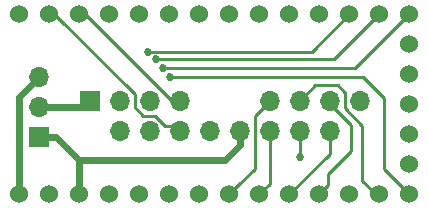
<source format=gbr>
G04 #@! TF.GenerationSoftware,KiCad,Pcbnew,5.1.5*
G04 #@! TF.CreationDate,2020-02-08T20:39:40+01:00*
G04 #@! TF.ProjectId,teensy-breakout,7465656e-7379-42d6-9272-65616b6f7574,rev?*
G04 #@! TF.SameCoordinates,Original*
G04 #@! TF.FileFunction,Copper,L1,Top*
G04 #@! TF.FilePolarity,Positive*
%FSLAX46Y46*%
G04 Gerber Fmt 4.6, Leading zero omitted, Abs format (unit mm)*
G04 Created by KiCad (PCBNEW 5.1.5) date 2020-02-08 20:39:40*
%MOMM*%
%LPD*%
G04 APERTURE LIST*
%ADD10C,1.524000*%
%ADD11O,1.700000X1.700000*%
%ADD12R,1.700000X1.700000*%
%ADD13C,0.685800*%
%ADD14C,0.609600*%
%ADD15C,0.254000*%
G04 APERTURE END LIST*
D10*
X128143000Y-75565000D03*
X130683000Y-75565000D03*
X133223000Y-75565000D03*
X135763000Y-75565000D03*
X138303000Y-75565000D03*
X140843000Y-75565000D03*
X143383000Y-75565000D03*
X145923000Y-75565000D03*
X148463000Y-75565000D03*
X151003000Y-75565000D03*
X153543000Y-75565000D03*
X156083000Y-75565000D03*
X158623000Y-75565000D03*
X161163000Y-75565000D03*
X161163000Y-78105000D03*
X161163000Y-80645000D03*
X161163000Y-83185000D03*
X161163000Y-85725000D03*
X161163000Y-88265000D03*
X161163000Y-90805000D03*
X158623000Y-90805000D03*
X156083000Y-90805000D03*
X153543000Y-90805000D03*
X151003000Y-90805000D03*
X148463000Y-90805000D03*
X145923000Y-90805000D03*
X143383000Y-90805000D03*
X140843000Y-90805000D03*
X138303000Y-90805000D03*
X135763000Y-90805000D03*
X133223000Y-90805000D03*
X130683000Y-90805000D03*
X128143000Y-90805000D03*
D11*
X156972000Y-82931000D03*
X154432000Y-85471000D03*
X154432000Y-82931000D03*
X151892000Y-85471000D03*
X151892000Y-82931000D03*
X149352000Y-85471000D03*
X149352000Y-82931000D03*
X146812000Y-85471000D03*
X144272000Y-85471000D03*
X141732000Y-85471000D03*
X141732000Y-82931000D03*
X139192000Y-85471000D03*
X139192000Y-82931000D03*
X136652000Y-85471000D03*
X136652000Y-82931000D03*
D12*
X134112000Y-82931000D03*
X129794000Y-85979000D03*
D11*
X129794000Y-83439000D03*
X129794000Y-80899000D03*
D13*
X139065001Y-78740000D03*
X139700000Y-79375000D03*
X140335000Y-80137004D03*
X140919200Y-80873600D03*
X151892000Y-87706200D03*
D14*
X133223000Y-89727370D02*
X133223000Y-90805000D01*
X133223000Y-87948400D02*
X133223000Y-89727370D01*
X131253600Y-85979000D02*
X133223000Y-87948400D01*
X129794000Y-85979000D02*
X131253600Y-85979000D01*
X146812000Y-86673081D02*
X145536681Y-87948400D01*
X145536681Y-87948400D02*
X133223000Y-87948400D01*
X146812000Y-85471000D02*
X146812000Y-86673081D01*
X133604000Y-83439000D02*
X134112000Y-82931000D01*
X129794000Y-83439000D02*
X133604000Y-83439000D01*
X128143000Y-82550000D02*
X128143000Y-90805000D01*
X129794000Y-80899000D02*
X128143000Y-82550000D01*
D15*
X131114800Y-75565000D02*
X130683000Y-75565000D01*
X137922000Y-82372200D02*
X131114800Y-75565000D01*
X140487400Y-85064600D02*
X139623800Y-84201000D01*
X138658600Y-84201000D02*
X137922000Y-83464400D01*
X137922000Y-83464400D02*
X137922000Y-82372200D01*
X141325600Y-85064600D02*
X140487400Y-85064600D01*
X141732000Y-85471000D02*
X141325600Y-85064600D01*
X139623800Y-84201000D02*
X138658600Y-84201000D01*
X133459000Y-75801000D02*
X133223000Y-75565000D01*
X141071600Y-82931000D02*
X141732000Y-82931000D01*
X133223000Y-75565000D02*
X133705600Y-75565000D01*
X133705600Y-75565000D02*
X141071600Y-82931000D01*
X152908000Y-78740000D02*
X139549934Y-78740000D01*
X156083000Y-75565000D02*
X152908000Y-78740000D01*
X139549934Y-78740000D02*
X139065001Y-78740000D01*
X154813000Y-79375000D02*
X140184933Y-79375000D01*
X158623000Y-75565000D02*
X154813000Y-79375000D01*
X140184933Y-79375000D02*
X139700000Y-79375000D01*
X161163000Y-75565000D02*
X156590996Y-80137004D01*
X156590996Y-80137004D02*
X140819933Y-80137004D01*
X140819933Y-80137004D02*
X140335000Y-80137004D01*
X159054800Y-88696800D02*
X159054800Y-82702400D01*
X157226000Y-80873600D02*
X141404133Y-80873600D01*
X159054800Y-82702400D02*
X157226000Y-80873600D01*
X161163000Y-90805000D02*
X159054800Y-88696800D01*
X141404133Y-80873600D02*
X140919200Y-80873600D01*
X158343600Y-90805000D02*
X158623000Y-90805000D01*
X157200600Y-89662000D02*
X158343600Y-90805000D01*
X157200600Y-85013800D02*
X157200600Y-89662000D01*
X153212800Y-81610200D02*
X155092400Y-81610200D01*
X151892000Y-82931000D02*
X153212800Y-81610200D01*
X155092400Y-81610200D02*
X155702000Y-82219800D01*
X155702000Y-82219800D02*
X155702000Y-83515200D01*
X155702000Y-83515200D02*
X157200600Y-85013800D01*
X151892000Y-85471000D02*
X151892000Y-87706200D01*
X154304999Y-90043001D02*
X153543000Y-90805000D01*
X154432000Y-83185000D02*
X156235400Y-84988400D01*
X154432000Y-82931000D02*
X154432000Y-83185000D01*
X156235400Y-84988400D02*
X156235400Y-87147400D01*
X156235400Y-87147400D02*
X154304999Y-89077801D01*
X154304999Y-89077801D02*
X154304999Y-90043001D01*
X154432000Y-87376000D02*
X154432000Y-85471000D01*
X151003000Y-90805000D02*
X154432000Y-87376000D01*
X149352000Y-89916000D02*
X148463000Y-90805000D01*
X149352000Y-85471000D02*
X149352000Y-89916000D01*
X146684999Y-90043001D02*
X145923000Y-90805000D01*
X148082000Y-88646000D02*
X146684999Y-90043001D01*
X149352000Y-82931000D02*
X148082000Y-84201000D01*
X148082000Y-84201000D02*
X148082000Y-88646000D01*
M02*

</source>
